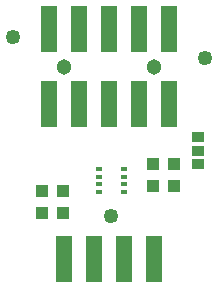
<source format=gbr>
G04 #@! TF.GenerationSoftware,KiCad,Pcbnew,5.1.5+dfsg1-2build2*
G04 #@! TF.CreationDate,2021-02-10T08:24:25+02:00*
G04 #@! TF.ProjectId,MOD-BME280_RevB,4d4f442d-424d-4453-9238-305f52657642,rev?*
G04 #@! TF.SameCoordinates,Original*
G04 #@! TF.FileFunction,Soldermask,Top*
G04 #@! TF.FilePolarity,Negative*
%FSLAX46Y46*%
G04 Gerber Fmt 4.6, Leading zero omitted, Abs format (unit mm)*
G04 Created by KiCad (PCBNEW 5.1.5+dfsg1-2build2) date 2021-02-10 08:24:25*
%MOMM*%
%LPD*%
G04 APERTURE LIST*
%ADD10R,1.371600X3.911600*%
%ADD11C,1.301600*%
%ADD12R,0.600000X0.425000*%
%ADD13C,1.254000*%
%ADD14R,1.117600X1.117600*%
%ADD15R,1.117600X0.863600*%
G04 APERTURE END LIST*
D10*
X110490000Y-69468222D03*
X110490000Y-75818222D03*
X107950000Y-69468222D03*
X107950000Y-75818222D03*
X105410000Y-69468222D03*
X105410000Y-75818222D03*
X102870000Y-69468222D03*
X102870000Y-75818222D03*
X100330000Y-69468222D03*
X100330000Y-75818222D03*
D11*
X101600000Y-72643222D03*
X109220000Y-72643222D03*
D12*
X104639000Y-83220200D03*
X104639000Y-82570200D03*
X104639000Y-81920200D03*
X104639000Y-81270200D03*
X106689000Y-81270200D03*
X106689000Y-81920200D03*
X106689000Y-82570200D03*
X106689000Y-83220200D03*
D10*
X109220000Y-88900000D03*
X106680000Y-88900000D03*
X104140000Y-88900000D03*
X101600000Y-88900000D03*
D13*
X113538000Y-71882000D03*
X105587800Y-85267800D03*
X97282000Y-70104000D03*
D14*
X109207300Y-82715100D03*
X110985300Y-82715100D03*
X99783900Y-85013800D03*
X101561900Y-85013800D03*
X101574600Y-83172300D03*
X99796600Y-83172300D03*
X109207300Y-80899000D03*
X110985300Y-80899000D03*
D15*
X113004600Y-78600300D03*
X113004600Y-79743300D03*
X113004600Y-80886300D03*
M02*

</source>
